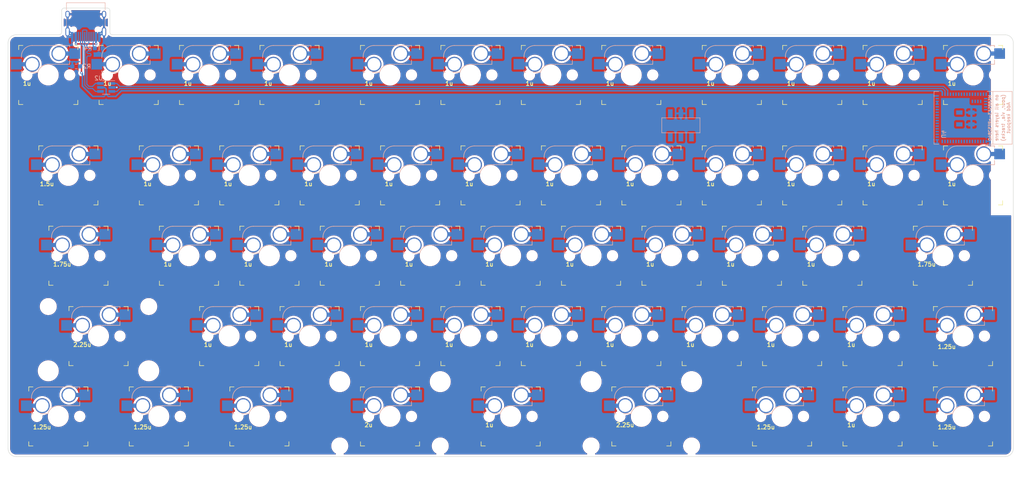
<source format=kicad_pcb>
(kicad_pcb (version 20211014) (generator pcbnew)
  (layers (0 "F.Cu" signal) (31 "B.Cu" signal) (34 "B.Paste" user) (35 "F.Paste" user) (36 "B.SilkS" user "B.Silkscreen") (37 "F.SilkS" user "F.Silkscreen") (38 "B.Mask" user) (39 "F.Mask" user) (44 "Edge.Cuts" user))
  (net 0 "")
  (net 1 "GND")
  (net 2 "BATTERY_PIN")
  (net 3 "VDD")
  (net 4 "VBUS")
  (net 5 "Net-(J2-PadA5)")
  (net 6 "DP+")
  (net 7 "DP-")
  (net 9 "Net-(J2-PadB5)")
  (net 11 "DC")
  (net 12 "SCL-CLK")
  (net 13 "SDA-DIN")
  (net 14 "CS")
  (net 15 "RST-SCREEN")
  (net 16 "BSY")
  (net 17 "BAT_CTR")
  (net 18 "RST")
  (net 21 "Net-(D3-Pad2)")
  (net 23 "Net-(D4-Pad2)")
  (net 25 "Net-(D5-Pad2)")
  (net 27 "Net-(D6-Pad2)")
  (net 29 "Net-(D7-Pad2)")
  (net 31 "Net-(D8-Pad2)")
  (net 33 "Net-(D9-Pad2)")
  (net 35 "Net-(D10-Pad2)")
  (net 37 "Net-(D11-Pad2)")
  (net 39 "Net-(D12-Pad2)")
  (net 41 "Net-(D13-Pad2)")
  (net 43 "Net-(D14-Pad2)")
  (net 45 "Net-(D15-Pad2)")
  (net 47 "Net-(D16-Pad2)")
  (net 49 "Net-(D17-Pad2)")
  (net 51 "Net-(D18-Pad2)")
  (net 53 "Net-(D19-Pad2)")
  (net 55 "Net-(D20-Pad2)")
  (net 57 "Net-(D21-Pad2)")
  (net 59 "Net-(D22-Pad2)")
  (net 61 "Net-(D23-Pad2)")
  (net 63 "Net-(D24-Pad2)")
  (net 65 "Net-(D25-Pad2)")
  (net 67 "Net-(D26-Pad2)")
  (net 69 "Net-(D27-Pad2)")
  (net 71 "Net-(D29-Pad2)")
  (net 73 "Net-(D30-Pad2)")
  (net 75 "Net-(D31-Pad2)")
  (net 77 "Net-(D32-Pad2)")
  (net 79 "Net-(D33-Pad2)")
  (net 81 "Net-(D34-Pad2)")
  (net 83 "Net-(D35-Pad2)")
  (net 85 "Net-(D36-Pad2)")
  (net 87 "Net-(D37-Pad2)")
  (net 89 "Net-(D38-Pad2)")
  (net 91 "Net-(D39-Pad2)")
  (net 93 "Net-(D41-Pad2)")
  (net 95 "Net-(D42-Pad2)")
  (net 97 "Net-(D43-Pad2)")
  (net 99 "Net-(D44-Pad2)")
  (net 101 "Net-(D45-Pad2)")
  (net 103 "Net-(D46-Pad2)")
  (net 105 "Net-(D47-Pad2)")
  (net 107 "Net-(D48-Pad2)")
  (net 109 "Net-(D49-Pad2)")
  (net 111 "Net-(D50-Pad2)")
  (net 113 "Net-(D51-Pad2)")
  (net 115 "Net-(D54-Pad2)")
  (net 117 "Net-(D55-Pad2)")
  (net 119 "Net-(D56-Pad2)")
  (net 121 "Net-(D57-Pad2)")
  (net 123 "Net-(D58-Pad2)")
  (net 125 "Net-(D60-Pad2)")
  (net 127 "Net-(D61-Pad2)")
  (net 129 "Net-(D62-Pad2)")
  (net 130 "D+")
  (net 131 "D-")
  (net 135 "ROW3")
  (net 136 "ROW2")
  (net 137 "COLP")
  (net 138 "COLN")
  (net 139 "ROW1")
  (net 140 "COLO")
  (net 141 "COLM")
  (net 142 "COLL")
  (net 143 "COLK")
  (net 144 "COLJ")
  (net 145 "COLI")
  (net 149 "COLH")
  (net 153 "COLG")
  (net 154 "COLF")
  (net 155 "COLE")
  (net 156 "COLD")
  (net 157 "COLC")
  (net 158 "COLB")
  (net 159 "COLA")
  (net 160 "ROW4")
  (net 161 "ROW5")
  (net 162 "RGB")
  (net 163 "LED1")
  (net 164 "SWDIO")
  (net 165 "SWCLK")
  (net 169 "B2")
  (net 170 "A1")
  (net 171 "B1")
  (net 172 "A2")
  (net 173 "B3")
  (net 174 "A3")
  (footprint "MX-hotswap:SW-HS-1u" (layer "F.Cu") (at 55.88 36.83)
    (fp_text reference "SW4")
    (fp_text value "1u")
  )
  (footprint "MX-hotswap:SW-HS-1u" (layer "F.Cu") (at 255.905 60.6425)
    (fp_text reference "SW26")
    (fp_text value "1u")
  )
  (footprint "MX-hotswap:SW-HS-1u" (layer "F.Cu") (at 236.855 60.6425)
    (fp_text reference "SW25")
    (fp_text value "1u")
  )
  (footprint "MX-hotswap:SW-HS-1u" (layer "F.Cu") (at 108.2675 79.6925)
    (fp_text reference "SW31")
    (fp_text value "1u")
  )
  (footprint "MX-hotswap:SW-HS-1u" (layer "F.Cu") (at 98.7425 98.7425)
    (fp_text reference "SW42")
    (fp_text value "1u")
  )
  (footprint "MX-hotswap:SW-HS-1u" (layer "F.Cu") (at 65.405 60.6425)
    (fp_text reference "SW16")
    (fp_text value "1u")
  )
  (footprint "MX-hotswap:SW-HS-1u" (layer "F.Cu") (at 89.2175 79.6925)
    (fp_text reference "SW30")
    (fp_text value "1u")
  )
  (footprint "MX-hotswap:SW-HS-1u" (layer "F.Cu") (at 255.905 36.83)
    (fp_text reference "SW14")
    (fp_text value "1u")
  )
  (footprint "MX-hotswap:SW-HS-1u" (layer "F.Cu") (at 79.6925 98.7425)
    (fp_text reference "SW41")
    (fp_text value "1u")
  )
  (footprint "MX-hotswap:SW-HS-1u" (layer "F.Cu") (at 174.9425 36.83)
    (fp_text reference "SW10")
    (fp_text value "1u")
  )
  (footprint "MX-hotswap:SW-HS-1u" (layer "F.Cu") (at 232.0925 98.7425)
    (fp_text reference "SW49")
    (fp_text value "1u")
  )
  (footprint "MX-hotswap:SW-HS-1u" (layer "F.Cu") (at 117.7925 36.83)
    (fp_text reference "SW7")
    (fp_text value "1u")
  )
  (footprint "MX-hotswap:SW-HS-1u" (layer "F.Cu") (at 74.93 36.83)
    (fp_text reference "SW5")
    (fp_text value "1u")
  )
  (footprint "MX-hotswap:SW-HS-1u" (layer "F.Cu") (at 217.805 36.83)
    (fp_text reference "SW12")
    (fp_text value "1u")
  )
  (footprint "MX-hotswap:SW-HS-2u" (layer "F.Cu") (at 117.7925 117.7925)
    (fp_text reference "SW56")
    (fp_text value "2u")
  )
  (footprint "MX-hotswap:SW-HS-2.25u" (layer "F.Cu") (at 48.73625 98.7425)
    (fp_text reference "SW39")
    (fp_text value "2.25u")
  )
  (footprint "MX-hotswap:SW-HS-1u" (layer "F.Cu") (at 217.805 60.6425)
    (fp_text reference "SW24")
    (fp_text value "1u")
  )
  (footprint "MX-hotswap:SW-HS-1u" (layer "F.Cu") (at 232.0925 117.7925)
    (fp_text reference "SW61")
    (fp_text value "1u")
  )
  (footprint "MX-hotswap:SW-HS-1u" (layer "F.Cu") (at 146.3675 117.7925)
    (fp_text reference "SW57")
    (fp_text value "1u")
  )
  (footprint "MX-hotswap:SW-HS-1u" (layer "F.Cu") (at 193.9925 98.7425)
    (fp_text reference "SW47")
    (fp_text value "1u")
  )
  (footprint "MX-hotswap:SW-HS-1u" (layer "F.Cu") (at 70.1675 79.6925)
    (fp_text reference "SW29")
    (fp_text value "1u")
  )
  (footprint "MX-hotswap:SW-HS-1.25u" (layer "F.Cu") (at 86.83625 117.7925)
    (fp_text reference "SW55")
    (fp_text value "1.25u")
  )
  (footprint "MX-hotswap:SW-HS-1u" (layer "F.Cu") (at 198.755 36.83)
    (fp_text reference "SW11")
    (fp_text value "1u")
  )
  (footprint "MX-hotswap:SW-HS-1u" (layer "F.Cu") (at 213.0425 98.7425)
    (fp_text reference "SW48")
    (fp_text value "1u")
  )
  (footprint "MX-hotswap:SW-HS-1u" (layer "F.Cu") (at 122.555 60.6425)
    (fp_text reference "SW19")
    (fp_text value "1u")
  )
  (footprint "MX-hotswap:SW-HS-1u" (layer "F.Cu") (at 222.5675 79.6925)
    (fp_text reference "SW37")
    (fp_text value "1u")
  )
  (footprint "MX-hotswap:SW-HS-1u" (layer "F.Cu") (at 184.4675 79.6925)
    (fp_text reference "SW35")
    (fp_text value "1u")
  )
  (footprint "MX-hotswap:SW-HS-1u" (layer "F.Cu") (at 236.855 36.83)
    (fp_text reference "SW13")
    (fp_text value "1u")
  )
  (footprint "MX-hotswap:SW-HS-1u" (layer "F.Cu") (at 36.83 36.83)
    (fp_text reference "SW3")
    (fp_text value "1u")
  )
  (footprint "MX-hotswap:SW-HS-1u" (layer "F.Cu") (at 198.755 60.6425)
    (fp_text reference "SW23")
    (fp_text value "1u")
  )
  (footprint "MX-hotswap:SW-HS-1u" (layer "F.Cu") (at 203.5175 79.6925)
    (fp_text reference "SW36")
    (fp_text value "1u")
  )
  (footprint "MX-hotswap:SW-HS-1u" (layer "F.Cu") (at 136.8425 36.83)
    (fp_text reference "SW8")
    (fp_text value "1u")
  )
  (footprint "kien242:Stab" (layer "F.Cu") (at 117.7925 117.7925 180)
    (fp_text reference "H2")
    (fp_text value "Stab")
  )
  (footprint "kien242:Stab" (layer "F.Cu") (at 177.32375 117.7925 180)
    (fp_text reference "H3")
    (fp_text value "Stab")
  )
  (footprint "MX-hotswap:SW-HS-1.25u" (layer "F.Cu") (at 210.66125 117.7925)
    (fp_text reference "SW60")
    (fp_text value "1.25u")
  )
  (footprint "MX-hotswap:SW-HS-1.75u" (layer "F.Cu") (at 248.76125 79.6925)
    (fp_text reference "SW38")
    (fp_text value "1.75u")
  )
  (footprint "kien242:Stab" (layer "F.Cu") (at 48.73625 98.7425)
    (fp_text reference "H1")
    (fp_text value "Stab")
  )
  (footprint "MX-hotswap:SW-HS-1u" (layer "F.Cu") (at 146.3675 79.6925)
    (fp_text reference "SW33")
    (fp_text value "1u")
  )
  (footprint "MX-hotswap:SW-HS-1u" (layer "F.Cu") (at 141.605 60.6425)
    (fp_text reference "SW20")
    (fp_text value "1u")
  )
  (footprint "MX-hotswap:SW-HS-1u" (layer "F.Cu") (at 103.505 60.6425)
    (fp_text reference "SW18")
    (fp_text value "1u")
  )
  (footprint "MX-hotswap:SW-HS-1.25u" (layer "F.Cu") (at 253.52375 117.7925)
    (fp_text reference "SW62")
    (fp_text value "1.25u")
  )
  (footprint "MX-hotswap:SW-HS-1u" (layer "F.Cu") (at 155.8925 36.83)
    (fp_text reference "SW9")
    (fp_text value "1u")
  )
  (footprint "MX-hotswap:SW-HS-1.5u" (layer "F.Cu") (at 41.5925 60.6425)
    (fp_text reference "SW15")
    (fp_text value "1.5u")
  )
  (footprint "MX-hotswap:SW-HS-1.75u" (layer "F.Cu") (at 43.97375 79.6925)
    (fp_text reference "SW27")
    (fp_text value "1.75u")
  )
  (footprint "MX-hotswap:SW-HS-1u" (layer "F.Cu") (at 179.705 60.6425)
    (fp_text reference "SW22")
    (fp_text value "1u")
  )
  (footprint "MX-hotswap:SW-HS-1u" (layer "F.Cu") (at 84.455 60.6425)
    (fp_text reference "SW17")
    (fp_text value "1u")
  )
  (footprint "MX-hotswap:SW-HS-1.25u" (layer "F.Cu") (at 39.21125 117.7925)
    (fp_text reference "SW51")
    (fp_text value "1.25u")
  )
  (footprint "MX-hotswap:SW-HS-1u" (layer "F.Cu") (at 160.655 60.6425)
    (fp_text reference "SW21")
    (fp_text value "1u")
  )
  (footprint "MX-hotswap:SW-HS-1u" (layer "F.Cu") (at 174.9425 98.7425)
    (fp_text reference "SW46")
    (fp_text value "1u")
  )
  (footprint "MX-hotswap:SW-HS-1.25u" (layer "F.Cu") (at 63.02375 117.7925)
    (fp_text reference "SW54")
    (fp_text value "1.25u")
  )
  (footprint "MX-hotswap:SW-HS-1u" (layer "F.Cu") (at 155.8925 98.7425)
    (fp_text reference "SW45")
    (fp_text value "1u")
  )
  (footprint "MX-hotswap:SW-HS-1u" (layer "F.Cu") (at 117.7925 98.7425)
    (fp_text reference "SW43")
    (fp_text value "1u")
  )
  (footprint "MX-hotswap:SW-HS-1u" (layer "F.Cu") (at 93.98 36.83)
    (fp_text reference "SW6")
    (fp_text value "1u")
  )
  (footprint "MX-hotswap:SW-HS-2.25u" (layer "F.Cu") (at 177.32375 117.7925)
    (fp_text reference "SW58")
    (fp_text value "2.25u")
  )
  (footprint "MX-hotswap:SW-HS-1u" (layer "F.Cu") (at 136.8425 98.7425)
    (fp_text reference "SW44")
    (fp_text value "1u")
  )
  (footprint "MX-hotswap:SW-HS-1u" (layer "F.Cu") (at 127.3175 79.6925)
    (fp_text reference "SW32")
    (fp_text value "1u")
  )
  (footprint "MX-hotswap:SW-HS-1u" (layer "F.Cu") (at 165.4175 79.6925)
    (fp_text reference "SW34")
    (fp_text value "1u")
  )
  (footprint "MX-hotswap:SW-HS-1.25u" (layer "F.Cu") (at 253.52375 98.7425)
    (fp_text reference "SW50")
    (fp_text value "1.25u")
  )
  (footprint "Resistor_SMD:R_0603_1608Metric_Pad0.98x0.95mm_HandSolder" (layer "B.Cu") (at 43.434 34.798 180)
    (fp_text reference "R2")
    (fp_text value "5.1k")
  )
  (footprint "kien242:USB-C-16pin-hight-v2" (layer "B.Cu") (at 45.72 23.495 180)
    (fp_text reference "J2")
    (fp_text value "USB_C_Receptacle_USB2.0")
  )
  (footprint "Package_TO_SOT_SMD:SOT-23-6_Handsoldering" (layer "B.Cu") (at 50.546 39.777993 180)
    (fp_text reference "U2")
    (fp_text value "USBLC6-2SC6")
  )
  (footprint "kien242:MS88SF3-nRF52840" (layer "B.Cu") (at 255.905 46.99 90)
    (fp_text reference "U4")
    (fp_text value "MS88FS3")
  )
  (footprint "kien242:MSS22D18" (layer "B.Cu") (at 186.69 48.768 180)
    (fp_text reference "SW2")
    (fp_text value " ")
  )
  (footprint "Resistor_SMD:R_0603_1608Metric_Pad0.98x0.95mm_HandSolder" (layer "B.Cu") (at 48.768 30.48 180)
    (fp_text reference "R4")
    (fp_text value "5.1k")
  )
  (gr_arc (start 263.525 27.305) (mid 264.872038 27.862962) (end 265.43 29.21) (layer "Edge.Cuts") (width 0.1))
  (gr_line (start 29.21 127.3175) (end 263.525 127.3175) (layer "Edge.Cuts") (width 0.1))
  (gr_line (start 40.005 21.59) (end 40.005 26.67) (layer "Edge.Cuts") (width 0.1))
  (gr_arc (start 27.305 29.21) (mid 27.862962 27.862962) (end 29.21 27.305) (layer "Edge.Cuts") (width 0.1))
  (gr_arc (start 50.8 20.955) (mid 51.249013 21.140987) (end 51.435 21.59) (layer "Edge.Cuts") (width 0.1))
  (gr_line (start 265.43 125.4125) (end 265.43 29.21) (layer "Edge.Cuts") (width 0.1))
  (gr_line (start 39.37 27.305) (end 29.21 27.305) (layer "Edge.Cuts") (width 0.1))
  (gr_line (start 263.525 27.305) (end 52.07 27.305) (layer "Edge.Cuts") (width 0.1))
  (gr_arc (start 52.07 27.305) (mid 51.620987 27.119013) (end 51.435 26.67) (layer "Edge.Cuts") (width 0.1))
  (gr_arc (start 40.005 26.67) (mid 39.819013 27.119013) (end 39.37 27.305) (layer "Edge.Cuts") (width 0.1))
  (gr_line (start 50.8 20.955) (end 40.64 20.955) (layer "Edge.Cuts") (width 0.1))
  (gr_arc (start 40.005 21.59) (mid 40.190987 21.140987) (end 40.64 20.955) (layer "Edge.Cuts") (width 0.1))
  (gr_line (start 51.435 26.67) (end 51.435 21.59) (layer "Edge.Cuts") (width 0.1))
  (gr_arc (start 265.43 125.4125) (mid 264.872038 126.759538) (end 263.525 127.3175) (layer "Edge.Cuts") (width 0.1))
  (gr_line (start 27.305 29.21) (end 27.305 125.4125) (layer "Edge.Cuts") (width 0.1))
  (gr_arc (start 29.21 127.3175) (mid 27.862962 126.759538) (end 27.305 125.4125) (layer "Edge.Cuts") (width 0.1))
  (via (at 53.062113 39.777993) (size 0.6) (drill 0.3) (layers "F.Cu" "B.Cu") (net 1))
  (segment (start 48.92 27.813) (end 48.92 27.72) (width 0.3) (layer "B.Cu") (net 1))
  (segment (start 247.405 41.79) (end 246.26 41.79) (width 0.35) (layer "B.Cu") (net 1))
  (segment (start 51.896 39.777993) (end 53.062113 39.777993) (width 0.35) (layer "B.Cu") (net 1))
  (segment (start 42.52 27.813) (end 42.52 27.72) (width 0.3) (layer "B.Cu") (net 1))
  (segment (start 42.52 27.72) (end 41.4 26.6) (width 0.3) (layer "B.Cu") (net 1))
  (segment (start 48.92 27.72) (end 50.04 26.6) (width 0.3) (layer "B.Cu") (net 1))
  (segment (start 247.405 43.09) (end 247.405 43.74) (width 0.35) (layer "B.Cu") (net 3))
  (segment (start 48.136 29.464) (end 48.1445 29.4555) (width 0.35) (layer "F.Cu") (net 4))
  (segment (start 44.704 29.464) (end 48.136 29.464) (width 0.35) (layer "F.Cu") (net 4))
  (segment (start 44.704 36.322) (end 44.704 29.464) (width 0.35) (layer "F.Cu") (net 4))
  (segment (start 43.434 29.464) (end 44.704 29.464) (width 0.35) (layer "F.Cu") (net 4))
  (via (at 48.1445 29.4555) (size 0.6) (drill 0.3) (layers "F.Cu" "B.Cu") (net 4))
  (via (at 43.434 29.464) (size 0.6) (drill 0.3) (layers "F.Cu" "B.Cu") (net 4))
  (via (at 44.704 36.322) (size 0.6) (drill 0.3) (layers "F.Cu" "B.Cu") (net 4))
  (segment (start 44.92 36.538) (end 44.704 36.322) (width 0.35) (layer "B.Cu") (net 4))
  (segment (start 248.605 41.39) (end 248.605 40.833) (width 0.35) (layer "B.Cu") (net 4))
  (segment (start 52.832 41.91) (end 51.054 41.91) (width 0.35) (layer "B.Cu") (net 4))
  (segment (start 48.12 29.431) (end 48.1445 29.4555) (width 0.35) (layer "B.Cu") (net 4))
  (segment (start 43.32 27.813) (end 43.32 29.35) (width 0.35) (layer "B.Cu") (net 4))
  (segment (start 48.12 27.813) (end 48.12 29.431) (width 0.35) (layer "B.Cu") (net 4))
  (segment (start 43.32 29.35) (end 43.434 29.464) (width 0.35) (layer "B.Cu") (net 4))
  (segment (start 248.605 40.833) (end 248.349993 40.577993) (width 0.35) (layer "B.Cu") (net 4))
  (segment (start 47.382628 41.91) (end 44.92 39.447371) (width 0.35) (layer "B.Cu") (net 4))
  (segment (start 50.191993 39.777993) (end 50.546 40.132) (width 0.35) (layer "B.Cu") (net 4))
  (segment (start 50.038 41.91) (end 47.382628 41.91) (width 0.35) (layer "B.Cu") (net 4))
  (segment (start 51.054 41.91) (end 50.546 41.402) (width 0.35) (layer "B.Cu") (net 4))
  (segment (start 54.164007 40.577993) (end 52.832 41.91) (width 0.35) (layer "B.Cu") (net 4))
  (segment (start 50.546 41.402) (end 50.038 41.91) (width 0.35) (layer "B.Cu") (net 4))
  (segment (start 50.546 40.132) (end 50.546 41.402) (width 0.35) (layer "B.Cu") (net 4))
  (segment (start 248.349993 40.577993) (end 54.164007 40.577993) (width 0.35) (layer "B.Cu") (net 4))
  (segment (start 44.92 39.447371) (end 44.92 36.538) (width 0.35) (layer "B.Cu") (net 4))
  (segment (start 49.196 39.777993) (end 50.191993 39.777993) (width 0.35) (layer "B.Cu") (net 4))
  (segment (start 45.02 34.1245) (end 44.3465 34.798) (width 0.25) (layer "B.Cu") (net 5))
  (segment (start 44.47 27.8046) (end 44.47 29.486792) (width 0.25) (layer "B.Cu") (net 5))
  (segment (start 45.02 30.036792) (end 45.02 34.1245) (width 0.25) (layer "B.Cu") (net 5))
  (segment (start 44.47 29.486792) (end 45.02 30.036792) (width 0.25) (layer "B.Cu") (net 5))
  (segment (start 48.025999 38.827993) (end 49.196 38.827993) (width 0.25) (layer "B.Cu") (net 6))
  (segment (start 45.97 29.714) (end 45.97 30.23) (width 0.25) (layer "B.Cu") (net 6))
  (segment (start 45.97 39.012446) (end 46.485547 39.527993) (width 0.25) (layer "B.Cu") (net 6))
  (segment (start 46.27 31.73) (end 46.663758 31.73) (width 0.25) (layer "B.Cu") (net 6))
  (segment (start 46.663758 32.33) (end 46.27 32.33) (width 0.25) (layer "B.Cu") (net 6))
  (segment (start 46.485547 39.527993) (end 47.325999 39.527993) (width 0.25) (layer "B.Cu") (net 6))
  (segment (start 46.663758 31.13) (end 46.27 31.13) (width 0.25) (layer "B.Cu") (net 6))
  (segment (start 46.47 29.214) (end 45.97 29.714) (width 0.25) (layer "B.Cu") (net 6))
  (segment (start 47.325999 39.527993) (end 48.025999 38.827993) (width 0.25) (layer "B.Cu") (net 6))
  (segment (start 46.27 30.53) (end 46.663758 30.53) (width 0.25) (layer "B.Cu") (net 6))
  (segment (start 45.47 27.8046) (end 45.47 29.214) (width 0.25) (layer "B.Cu") (net 6))
  (segment (start 45.47 29.214) (end 45.97 29.714) (width 0.25) (layer "B.Cu") (net 6))
  (segment (start 45.97 32.68) (end 45.97 39.012446) (width 0.25) (layer "B.Cu") (net 6))
  (segment (start 46.47 27.8046) (end 46.47 29.214) (width 0.25) (layer "B.Cu") (net 6))
  (segment (start 45.97 32.63) (end 45.97 32.68) (width 0.25) (layer "B.Cu") (net 6))
  (arc (start 45.97 30.23) (mid 46.057868 30.442132) (end 46.27 30.53) (width 0.25) (layer "B.Cu") (net 6))
  (arc (start 46.27 31.13) (mid 46.057868 31.217868) (end 45.97 31.43) (width 0.25) (layer "B.Cu") (net 6))
  (arc (start 46.27 32.33) (mid 46.057868 32.417868) (end 45.97 32.63) (width 0.25) (layer "B.Cu") (net 6))
  (arc (start 46.663758 31.73) (mid 46.87589 31.817868) (end 46.963758 32.03) (width 0.25) (layer "B.Cu") (net 6))
  (arc (start 46.963758 32.03) (mid 46.87589 32.242132) (end 46.663758 32.33) (width 0.25) (layer "B.Cu") (net 6))
  (arc (start 46.963758 30.83) (mid 46.87589 31.042132) (end 46.663758 31.13) (width 0.25) (layer "B.Cu") (net 6))
  (arc (start 45.97 31.43) (mid 46.057868 31.642132) (end 46.27 31.73) (width 0.25) (layer "B.Cu") (net 6))
  (arc (start 46.663758 30.53) (mid 46.87589 30.617868) (end 46.963758 30.83) (width 0.25) (layer "B.Cu") (net 6))
  (segment (start 47.325999 40.027993) (end 46.278439 40.027993) (width 0.25) (layer "B.Cu") (net 7))
  (segment (start 45.97 27.8046) (end 45.97 26.3216) (width 0.25) (layer "B.Cu") (net 7))
  (segment (start 45.1296 26.162) (end 44.97 26.3216) (width 0.25) (layer "B.Cu") (net 7))
  (segment (start 46.278439 40.027993) (end 45.47 39.219554) (width 0.25) (layer "B.Cu") (net 7))
  (segment (start 48.025999 40.727993) (end 47.325999 40.027993) (width 0.25) (layer "B.Cu") (net 7))
  (segment (start 45.97 26.3216) (end 45.8104 26.162) (width 0.25) (layer "B.Cu") (net 7))
  (segment (start 45.47 29.850396) (end 44.97 29.350396) (width 0.25) (layer "B.Cu") (net 7))
  (segment (start 45.47 39.219554) (end 45.47 29.850396) (width 0.25) (layer "B.Cu") (net 7))
  (segment (start 44.97 26.3216) (end 44.97 27.8046) (width 0.25) (layer "B.Cu") (net 7))
  (segment (start 44.97 29.350396) (end 44.97 27.8046) (width 0.25) (layer "B.Cu") (net 7))
  (segment (start 45.8104 26.162) (end 45.1296 26.162) (width 0.25) (layer "B.Cu") (net 7))
  (segment (start 49.196 40.727993) (end 48.025999 40.727993) (width 0.25) (layer "B.Cu") (net 7))
  (segment (start 47.47 30.0945) (end 47.8555 30.48) (width 0.25) (layer "B.Cu") (net 9))
  (segment (start 47.47 27.8046) (end 47.47 30.0945) (width 0.25) (layer "B.Cu") (net 9))
  (segment (start 53.066001 38.827993) (end 51.896 38.827993) (width 0.25) (layer "B.Cu") (net 130))
  (segment (start 53.766001 39.527993) (end 53.066001 38.827993) (width 0.25) (layer "B.Cu") (net 130))
  (segment (start 248.923547 39.527993) (end 53.766001 39.527993) (width 0.25) (layer "B.Cu") (net 130))
  (segment (start 249.905 41.39) (end 249.905 40.509446) (width 0.25) (layer "B.Cu") (net 130))
  (segment (start 249.905 40.509446) (end 248.923547 39.527993) (width 0.25) (layer "B.Cu") (net 130))
  (segment (start 249.255 41.39) (end 249.255 40.566554) (width 0.25) (layer "B.Cu") (net 131))
  (segment (start 53.066001 40.727993) (end 51.896 40.727993) (width 0.25) (layer "B.Cu") (net 131))
  (segment (start 249.255 40.566554) (end 248.716439 40.027993) (width 0.25) (layer "B.Cu") (net 131))
  (segment (start 53.766001 40.027993) (end 53.066001 40.727993) (width 0.25) (layer "B.Cu") (net 131))
  (segment (start 248.716439 40.027993) (end 53.766001 40.027993) (width 0.25) (layer "B.Cu") (net 131))
  (zone (net 0) (net_name "") (layers F&B.Cu) (connect_pads (clearance 0)) (min_thickness 0.254)
    (keepout (tracks not_allowed) (vias not_allowed) (pads not_allowed) (copperpour not_allowed) (footprints not_allowed))
    (fill (thermal_gap 0.508) (thermal_bridge_width 0.508))
    (polygon (pts (xy 267.97 70.104) (xy 260.096 70.104) (xy 260.096 25.908) (xy 267.97 25.908)))
  )
  (zone (net 1) (net_name "GND") (layers F&B.Cu) (connect_pads (clearance 0.508)) (min_thickness 0.254) (fill yes (thermal_gap 0.508) (thermal_bridge_width 0.508))
    (polygon (pts (xy 266.7 133.35) (xy 25.4 133.35) (xy 25.4 19.05) (xy 266.7 19.05)))
  )
)
</source>
